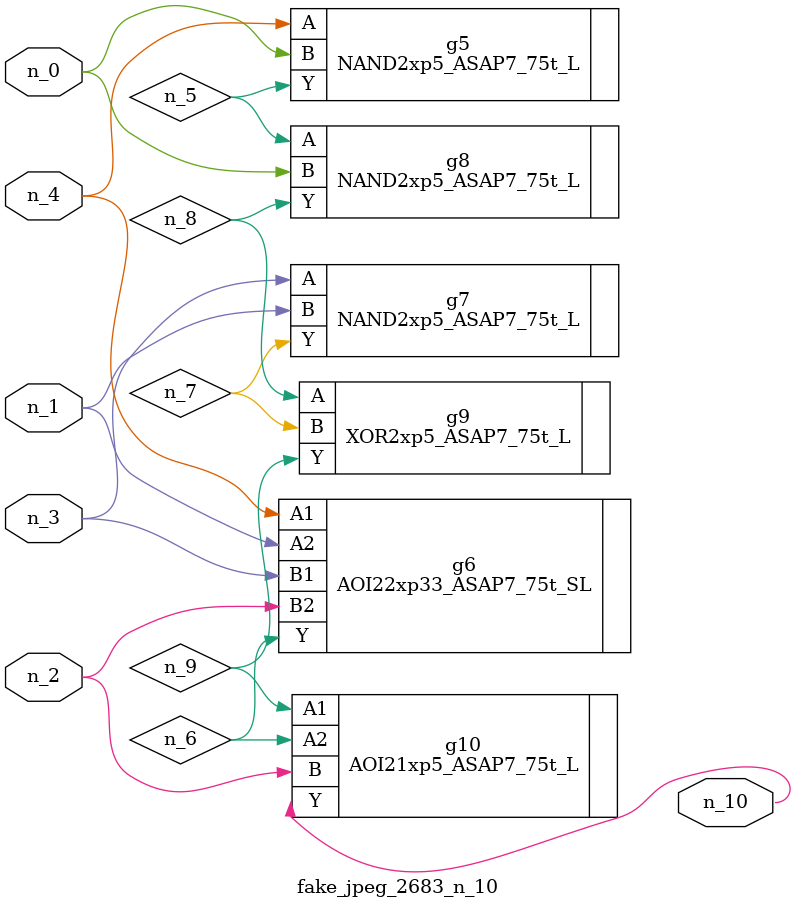
<source format=v>
module fake_jpeg_2683_n_10 (n_3, n_2, n_1, n_0, n_4, n_10);

input n_3;
input n_2;
input n_1;
input n_0;
input n_4;

output n_10;

wire n_8;
wire n_9;
wire n_6;
wire n_5;
wire n_7;

NAND2xp5_ASAP7_75t_L g5 ( 
.A(n_4),
.B(n_0),
.Y(n_5)
);

AOI22xp33_ASAP7_75t_SL g6 ( 
.A1(n_4),
.A2(n_1),
.B1(n_3),
.B2(n_2),
.Y(n_6)
);

NAND2xp5_ASAP7_75t_L g7 ( 
.A(n_3),
.B(n_1),
.Y(n_7)
);

NAND2xp5_ASAP7_75t_L g8 ( 
.A(n_5),
.B(n_0),
.Y(n_8)
);

XOR2xp5_ASAP7_75t_L g9 ( 
.A(n_8),
.B(n_7),
.Y(n_9)
);

AOI21xp5_ASAP7_75t_L g10 ( 
.A1(n_9),
.A2(n_6),
.B(n_2),
.Y(n_10)
);


endmodule
</source>
